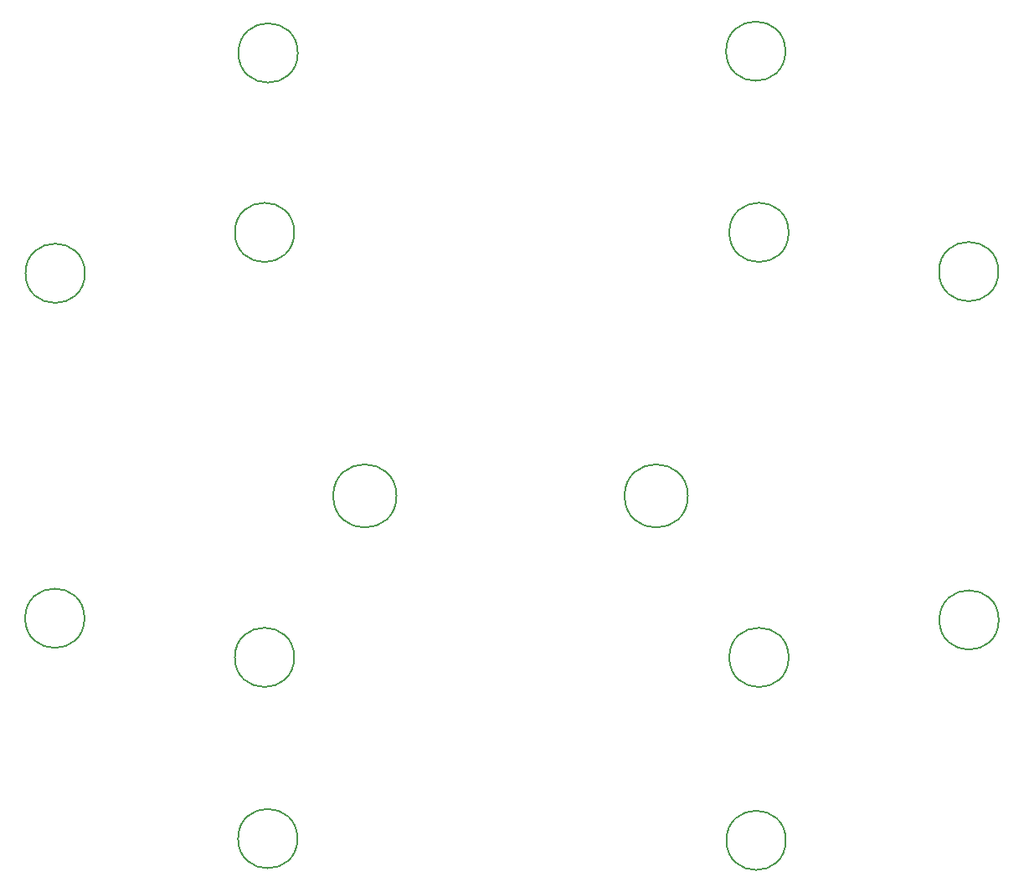
<source format=gbr>
%TF.GenerationSoftware,KiCad,Pcbnew,7.0.7*%
%TF.CreationDate,2024-02-23T14:56:57+08:00*%
%TF.ProjectId,l3,6c332e6b-6963-4616-945f-706362585858,rev?*%
%TF.SameCoordinates,Original*%
%TF.FileFunction,Other,Comment*%
%FSLAX46Y46*%
G04 Gerber Fmt 4.6, Leading zero omitted, Abs format (unit mm)*
G04 Created by KiCad (PCBNEW 7.0.7) date 2024-02-23 14:56:57*
%MOMM*%
%LPD*%
G01*
G04 APERTURE LIST*
%ADD10C,0.150000*%
G04 APERTURE END LIST*
D10*
%TO.C,H10*%
X-43087068Y17317603D02*
G75*
G03*
X-43087068Y17317603I-3000000J0D01*
G01*
%TO.C,H2*%
X-21917738Y21457787D02*
G75*
G03*
X-21917738Y21457787I-3000000J0D01*
G01*
%TO.C,H1*%
X27754921Y39794635D02*
G75*
G03*
X27754921Y39794635I-3000000J0D01*
G01*
%TO.C,H9*%
X-21552659Y39617136D02*
G75*
G03*
X-21552659Y39617136I-3000000J0D01*
G01*
%TO.C,H3*%
X28082262Y21457787D02*
G75*
G03*
X28082262Y21457787I-3000000J0D01*
G01*
%TO.C,H12*%
X27792659Y-40056559D02*
G75*
G03*
X27792659Y-40056559I-3000000J0D01*
G01*
%TO.C,H8*%
X-21590397Y-39879060D02*
G75*
G03*
X-21590397Y-39879060I-3000000J0D01*
G01*
%TO.C,H7*%
X28082262Y-21542213D02*
G75*
G03*
X28082262Y-21542213I-3000000J0D01*
G01*
%TO.C,H4*%
X49289331Y17495101D02*
G75*
G03*
X49289331Y17495101I-3000000J0D01*
G01*
%TO.C,H5*%
X-43124807Y-17579526D02*
G75*
G03*
X-43124807Y-17579526I-3000000J0D01*
G01*
%TO.C,J5*%
X17892944Y-5207000D02*
G75*
G03*
X17892944Y-5207000I-3200000J0D01*
G01*
X-11571056Y-5207000D02*
G75*
G03*
X-11571056Y-5207000I-3200000J0D01*
G01*
%TO.C,H6*%
X-21917738Y-21542213D02*
G75*
G03*
X-21917738Y-21542213I-3000000J0D01*
G01*
%TO.C,H11*%
X49327070Y-17757024D02*
G75*
G03*
X49327070Y-17757024I-3000000J0D01*
G01*
%TD*%
M02*

</source>
